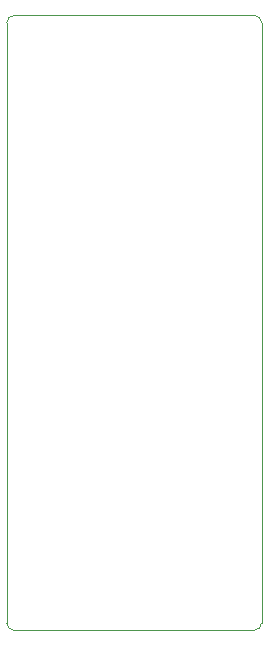
<source format=gm1>
G04 #@! TF.GenerationSoftware,KiCad,Pcbnew,(5.1.2-1)-1*
G04 #@! TF.CreationDate,2023-07-30T19:37:46+02:00*
G04 #@! TF.ProjectId,816to02,38313674-6f30-4322-9e6b-696361645f70,rev?*
G04 #@! TF.SameCoordinates,Original*
G04 #@! TF.FileFunction,Profile,NP*
%FSLAX46Y46*%
G04 Gerber Fmt 4.6, Leading zero omitted, Abs format (unit mm)*
G04 Created by KiCad (PCBNEW (5.1.2-1)-1) date 2023-07-30 19:37:46*
%MOMM*%
%LPD*%
G04 APERTURE LIST*
%ADD10C,0.050000*%
G04 APERTURE END LIST*
D10*
X37465000Y-22225000D02*
G75*
G02X38100000Y-22860000I0J-635000D01*
G01*
X16510000Y-22860000D02*
G75*
G02X17145000Y-22225000I635000J0D01*
G01*
X38100000Y-73660000D02*
G75*
G02X37465000Y-74295000I-635000J0D01*
G01*
X17145000Y-74295000D02*
G75*
G02X16510000Y-73660000I0J635000D01*
G01*
X16510000Y-22860000D02*
X16510000Y-73660000D01*
X37465000Y-22225000D02*
X17145000Y-22225000D01*
X38100000Y-73660000D02*
X38100000Y-22860000D01*
X17145000Y-74295000D02*
X37465000Y-74295000D01*
M02*

</source>
